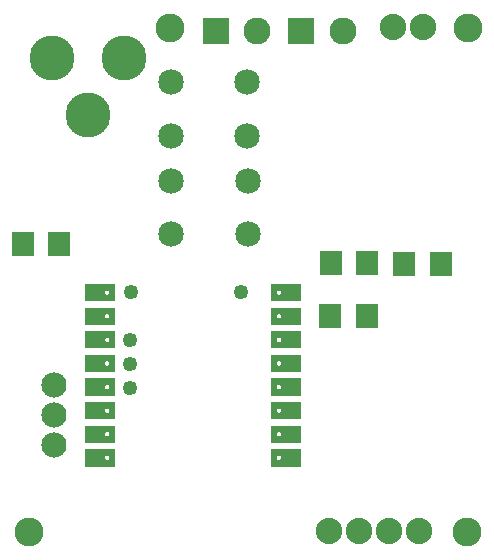
<source format=gbs>
G04 MADE WITH FRITZING*
G04 WWW.FRITZING.ORG*
G04 DOUBLE SIDED*
G04 HOLES PLATED*
G04 CONTOUR ON CENTER OF CONTOUR VECTOR*
%ASAXBY*%
%FSLAX23Y23*%
%MOIN*%
%OFA0B0*%
%SFA1.0B1.0*%
%ADD10C,0.088000*%
%ADD11C,0.049370*%
%ADD12C,0.085000*%
%ADD13C,0.096614*%
%ADD14C,0.084000*%
%ADD15C,0.150000*%
%ADD16C,0.090000*%
%ADD17R,0.072992X0.084803*%
%ADD18R,0.090000X0.090000*%
%ADD19R,0.001000X0.001000*%
%LNMASK0*%
G90*
G70*
G54D10*
X1387Y86D03*
X1287Y86D03*
X1187Y86D03*
X1087Y86D03*
G54D11*
X422Y724D03*
X422Y644D03*
X422Y563D03*
G54D12*
X814Y1404D03*
X559Y1404D03*
X814Y1581D03*
X559Y1581D03*
X815Y1076D03*
X560Y1076D03*
X815Y1253D03*
X560Y1253D03*
G54D11*
X791Y882D03*
X425Y882D03*
G54D13*
X1548Y1763D03*
X1547Y82D03*
X86Y84D03*
X555Y1764D03*
G54D14*
X168Y574D03*
X168Y474D03*
X168Y374D03*
G54D15*
X401Y1661D03*
X161Y1661D03*
X281Y1471D03*
G54D16*
X993Y1753D03*
X1131Y1753D03*
X709Y1752D03*
X847Y1752D03*
G54D10*
X1399Y1766D03*
X1299Y1766D03*
X1399Y1766D03*
X1299Y1766D03*
G54D17*
X1336Y975D03*
X1458Y975D03*
G54D18*
X993Y1753D03*
X709Y1752D03*
G54D17*
X1212Y802D03*
X1090Y802D03*
X1213Y978D03*
X1091Y978D03*
X65Y1042D03*
X187Y1042D03*
G54D19*
X274Y909D02*
X371Y909D01*
X894Y909D02*
X991Y909D01*
X274Y908D02*
X372Y908D01*
X894Y908D02*
X991Y908D01*
X274Y907D02*
X372Y907D01*
X894Y907D02*
X991Y907D01*
X274Y906D02*
X372Y906D01*
X894Y906D02*
X991Y906D01*
X274Y905D02*
X372Y905D01*
X894Y905D02*
X991Y905D01*
X274Y904D02*
X372Y904D01*
X894Y904D02*
X991Y904D01*
X274Y903D02*
X372Y903D01*
X894Y903D02*
X991Y903D01*
X274Y902D02*
X372Y902D01*
X894Y902D02*
X991Y902D01*
X274Y901D02*
X372Y901D01*
X894Y901D02*
X991Y901D01*
X274Y900D02*
X372Y900D01*
X894Y900D02*
X991Y900D01*
X274Y899D02*
X372Y899D01*
X894Y899D02*
X991Y899D01*
X274Y898D02*
X372Y898D01*
X894Y898D02*
X991Y898D01*
X274Y897D02*
X372Y897D01*
X894Y897D02*
X991Y897D01*
X274Y896D02*
X372Y896D01*
X894Y896D02*
X991Y896D01*
X274Y895D02*
X372Y895D01*
X894Y895D02*
X991Y895D01*
X274Y894D02*
X372Y894D01*
X894Y894D02*
X991Y894D01*
X274Y893D02*
X372Y893D01*
X894Y893D02*
X991Y893D01*
X274Y892D02*
X372Y892D01*
X894Y892D02*
X991Y892D01*
X274Y891D02*
X372Y891D01*
X894Y891D02*
X991Y891D01*
X274Y890D02*
X372Y890D01*
X894Y890D02*
X991Y890D01*
X274Y889D02*
X372Y889D01*
X894Y889D02*
X991Y889D01*
X274Y888D02*
X372Y888D01*
X894Y888D02*
X991Y888D01*
X274Y887D02*
X343Y887D01*
X351Y887D02*
X372Y887D01*
X894Y887D02*
X915Y887D01*
X923Y887D02*
X991Y887D01*
X274Y886D02*
X341Y886D01*
X352Y886D02*
X372Y886D01*
X894Y886D02*
X913Y886D01*
X924Y886D02*
X991Y886D01*
X274Y885D02*
X340Y885D01*
X353Y885D02*
X372Y885D01*
X894Y885D02*
X912Y885D01*
X925Y885D02*
X991Y885D01*
X274Y884D02*
X340Y884D01*
X354Y884D02*
X372Y884D01*
X894Y884D02*
X912Y884D01*
X926Y884D02*
X991Y884D01*
X274Y883D02*
X339Y883D01*
X354Y883D02*
X372Y883D01*
X894Y883D02*
X911Y883D01*
X926Y883D02*
X991Y883D01*
X274Y882D02*
X339Y882D01*
X354Y882D02*
X372Y882D01*
X894Y882D02*
X911Y882D01*
X926Y882D02*
X991Y882D01*
X274Y881D02*
X339Y881D01*
X354Y881D02*
X372Y881D01*
X894Y881D02*
X911Y881D01*
X926Y881D02*
X991Y881D01*
X274Y880D02*
X339Y880D01*
X354Y880D02*
X372Y880D01*
X894Y880D02*
X911Y880D01*
X926Y880D02*
X991Y880D01*
X274Y879D02*
X339Y879D01*
X354Y879D02*
X372Y879D01*
X894Y879D02*
X911Y879D01*
X926Y879D02*
X991Y879D01*
X274Y878D02*
X339Y878D01*
X354Y878D02*
X372Y878D01*
X894Y878D02*
X911Y878D01*
X926Y878D02*
X991Y878D01*
X274Y877D02*
X340Y877D01*
X354Y877D02*
X372Y877D01*
X894Y877D02*
X912Y877D01*
X926Y877D02*
X991Y877D01*
X274Y876D02*
X340Y876D01*
X353Y876D02*
X372Y876D01*
X894Y876D02*
X912Y876D01*
X925Y876D02*
X991Y876D01*
X274Y875D02*
X341Y875D01*
X352Y875D02*
X372Y875D01*
X894Y875D02*
X913Y875D01*
X924Y875D02*
X991Y875D01*
X274Y874D02*
X343Y874D01*
X351Y874D02*
X372Y874D01*
X894Y874D02*
X915Y874D01*
X923Y874D02*
X991Y874D01*
X274Y873D02*
X372Y873D01*
X894Y873D02*
X991Y873D01*
X274Y872D02*
X372Y872D01*
X894Y872D02*
X991Y872D01*
X274Y871D02*
X372Y871D01*
X894Y871D02*
X991Y871D01*
X274Y870D02*
X372Y870D01*
X894Y870D02*
X991Y870D01*
X274Y869D02*
X372Y869D01*
X894Y869D02*
X991Y869D01*
X274Y868D02*
X372Y868D01*
X894Y868D02*
X991Y868D01*
X274Y867D02*
X372Y867D01*
X894Y867D02*
X991Y867D01*
X274Y866D02*
X372Y866D01*
X894Y866D02*
X991Y866D01*
X274Y865D02*
X372Y865D01*
X894Y865D02*
X991Y865D01*
X274Y864D02*
X372Y864D01*
X894Y864D02*
X991Y864D01*
X274Y863D02*
X372Y863D01*
X894Y863D02*
X991Y863D01*
X274Y862D02*
X372Y862D01*
X894Y862D02*
X991Y862D01*
X274Y861D02*
X372Y861D01*
X894Y861D02*
X991Y861D01*
X274Y860D02*
X372Y860D01*
X894Y860D02*
X991Y860D01*
X274Y859D02*
X372Y859D01*
X894Y859D02*
X991Y859D01*
X274Y858D02*
X372Y858D01*
X894Y858D02*
X991Y858D01*
X274Y857D02*
X372Y857D01*
X894Y857D02*
X991Y857D01*
X274Y856D02*
X372Y856D01*
X894Y856D02*
X991Y856D01*
X274Y855D02*
X372Y855D01*
X894Y855D02*
X991Y855D01*
X274Y854D02*
X372Y854D01*
X894Y854D02*
X991Y854D01*
X274Y853D02*
X372Y853D01*
X894Y853D02*
X991Y853D01*
X274Y852D02*
X371Y852D01*
X894Y852D02*
X991Y852D01*
X274Y830D02*
X371Y830D01*
X894Y830D02*
X991Y830D01*
X274Y829D02*
X372Y829D01*
X894Y829D02*
X991Y829D01*
X274Y828D02*
X372Y828D01*
X894Y828D02*
X991Y828D01*
X274Y827D02*
X372Y827D01*
X894Y827D02*
X991Y827D01*
X274Y826D02*
X372Y826D01*
X894Y826D02*
X991Y826D01*
X274Y825D02*
X372Y825D01*
X894Y825D02*
X991Y825D01*
X274Y824D02*
X372Y824D01*
X894Y824D02*
X991Y824D01*
X274Y823D02*
X372Y823D01*
X894Y823D02*
X991Y823D01*
X274Y822D02*
X372Y822D01*
X894Y822D02*
X991Y822D01*
X274Y821D02*
X372Y821D01*
X894Y821D02*
X991Y821D01*
X274Y820D02*
X372Y820D01*
X894Y820D02*
X991Y820D01*
X274Y819D02*
X372Y819D01*
X894Y819D02*
X991Y819D01*
X274Y818D02*
X372Y818D01*
X894Y818D02*
X991Y818D01*
X274Y817D02*
X372Y817D01*
X894Y817D02*
X991Y817D01*
X274Y816D02*
X372Y816D01*
X894Y816D02*
X991Y816D01*
X274Y815D02*
X372Y815D01*
X894Y815D02*
X991Y815D01*
X274Y814D02*
X372Y814D01*
X894Y814D02*
X991Y814D01*
X274Y813D02*
X372Y813D01*
X894Y813D02*
X991Y813D01*
X274Y812D02*
X372Y812D01*
X894Y812D02*
X991Y812D01*
X274Y811D02*
X372Y811D01*
X894Y811D02*
X991Y811D01*
X274Y810D02*
X372Y810D01*
X894Y810D02*
X991Y810D01*
X274Y809D02*
X372Y809D01*
X894Y809D02*
X991Y809D01*
X274Y808D02*
X342Y808D01*
X351Y808D02*
X372Y808D01*
X894Y808D02*
X914Y808D01*
X923Y808D02*
X991Y808D01*
X274Y807D02*
X341Y807D01*
X352Y807D02*
X372Y807D01*
X894Y807D02*
X913Y807D01*
X924Y807D02*
X991Y807D01*
X274Y806D02*
X340Y806D01*
X353Y806D02*
X372Y806D01*
X894Y806D02*
X912Y806D01*
X925Y806D02*
X991Y806D01*
X274Y805D02*
X340Y805D01*
X354Y805D02*
X372Y805D01*
X894Y805D02*
X912Y805D01*
X926Y805D02*
X991Y805D01*
X274Y804D02*
X339Y804D01*
X354Y804D02*
X372Y804D01*
X894Y804D02*
X911Y804D01*
X926Y804D02*
X991Y804D01*
X274Y803D02*
X339Y803D01*
X354Y803D02*
X372Y803D01*
X894Y803D02*
X911Y803D01*
X926Y803D02*
X991Y803D01*
X274Y802D02*
X339Y802D01*
X354Y802D02*
X372Y802D01*
X894Y802D02*
X911Y802D01*
X926Y802D02*
X991Y802D01*
X274Y801D02*
X339Y801D01*
X354Y801D02*
X372Y801D01*
X894Y801D02*
X911Y801D01*
X926Y801D02*
X991Y801D01*
X274Y800D02*
X339Y800D01*
X354Y800D02*
X372Y800D01*
X894Y800D02*
X911Y800D01*
X926Y800D02*
X991Y800D01*
X274Y799D02*
X339Y799D01*
X354Y799D02*
X372Y799D01*
X894Y799D02*
X911Y799D01*
X926Y799D02*
X991Y799D01*
X274Y798D02*
X340Y798D01*
X354Y798D02*
X372Y798D01*
X894Y798D02*
X912Y798D01*
X926Y798D02*
X991Y798D01*
X274Y797D02*
X340Y797D01*
X353Y797D02*
X372Y797D01*
X894Y797D02*
X912Y797D01*
X925Y797D02*
X991Y797D01*
X274Y796D02*
X341Y796D01*
X352Y796D02*
X372Y796D01*
X894Y796D02*
X913Y796D01*
X924Y796D02*
X991Y796D01*
X274Y795D02*
X343Y795D01*
X350Y795D02*
X372Y795D01*
X894Y795D02*
X915Y795D01*
X922Y795D02*
X991Y795D01*
X274Y794D02*
X372Y794D01*
X894Y794D02*
X991Y794D01*
X274Y793D02*
X372Y793D01*
X894Y793D02*
X991Y793D01*
X274Y792D02*
X372Y792D01*
X894Y792D02*
X991Y792D01*
X274Y791D02*
X372Y791D01*
X894Y791D02*
X991Y791D01*
X274Y790D02*
X372Y790D01*
X894Y790D02*
X991Y790D01*
X274Y789D02*
X372Y789D01*
X894Y789D02*
X991Y789D01*
X274Y788D02*
X372Y788D01*
X894Y788D02*
X991Y788D01*
X274Y787D02*
X372Y787D01*
X894Y787D02*
X991Y787D01*
X274Y786D02*
X372Y786D01*
X894Y786D02*
X991Y786D01*
X274Y785D02*
X372Y785D01*
X894Y785D02*
X991Y785D01*
X274Y784D02*
X372Y784D01*
X894Y784D02*
X991Y784D01*
X274Y783D02*
X372Y783D01*
X894Y783D02*
X991Y783D01*
X274Y782D02*
X372Y782D01*
X894Y782D02*
X991Y782D01*
X274Y781D02*
X372Y781D01*
X894Y781D02*
X991Y781D01*
X274Y780D02*
X372Y780D01*
X894Y780D02*
X991Y780D01*
X274Y779D02*
X372Y779D01*
X894Y779D02*
X991Y779D01*
X274Y778D02*
X372Y778D01*
X894Y778D02*
X991Y778D01*
X274Y777D02*
X372Y777D01*
X894Y777D02*
X991Y777D01*
X274Y776D02*
X372Y776D01*
X894Y776D02*
X991Y776D01*
X274Y775D02*
X372Y775D01*
X894Y775D02*
X991Y775D01*
X274Y774D02*
X372Y774D01*
X894Y774D02*
X991Y774D01*
X274Y751D02*
X372Y751D01*
X894Y751D02*
X991Y751D01*
X274Y750D02*
X372Y750D01*
X894Y750D02*
X991Y750D01*
X274Y749D02*
X372Y749D01*
X894Y749D02*
X991Y749D01*
X274Y748D02*
X372Y748D01*
X894Y748D02*
X991Y748D01*
X274Y747D02*
X372Y747D01*
X894Y747D02*
X991Y747D01*
X274Y746D02*
X372Y746D01*
X894Y746D02*
X991Y746D01*
X274Y745D02*
X372Y745D01*
X894Y745D02*
X991Y745D01*
X274Y744D02*
X372Y744D01*
X894Y744D02*
X991Y744D01*
X274Y743D02*
X372Y743D01*
X894Y743D02*
X991Y743D01*
X274Y742D02*
X372Y742D01*
X894Y742D02*
X991Y742D01*
X274Y741D02*
X372Y741D01*
X894Y741D02*
X991Y741D01*
X274Y740D02*
X372Y740D01*
X894Y740D02*
X991Y740D01*
X274Y739D02*
X372Y739D01*
X894Y739D02*
X991Y739D01*
X274Y738D02*
X372Y738D01*
X894Y738D02*
X991Y738D01*
X274Y737D02*
X372Y737D01*
X894Y737D02*
X991Y737D01*
X274Y736D02*
X372Y736D01*
X894Y736D02*
X991Y736D01*
X274Y735D02*
X372Y735D01*
X894Y735D02*
X991Y735D01*
X274Y734D02*
X372Y734D01*
X894Y734D02*
X991Y734D01*
X274Y733D02*
X372Y733D01*
X894Y733D02*
X991Y733D01*
X274Y732D02*
X372Y732D01*
X894Y732D02*
X991Y732D01*
X274Y731D02*
X372Y731D01*
X894Y731D02*
X991Y731D01*
X274Y730D02*
X344Y730D01*
X349Y730D02*
X372Y730D01*
X894Y730D02*
X916Y730D01*
X921Y730D02*
X991Y730D01*
X274Y729D02*
X342Y729D01*
X352Y729D02*
X372Y729D01*
X894Y729D02*
X914Y729D01*
X924Y729D02*
X991Y729D01*
X274Y728D02*
X341Y728D01*
X353Y728D02*
X372Y728D01*
X894Y728D02*
X913Y728D01*
X925Y728D02*
X991Y728D01*
X274Y727D02*
X340Y727D01*
X353Y727D02*
X372Y727D01*
X894Y727D02*
X912Y727D01*
X925Y727D02*
X991Y727D01*
X274Y726D02*
X339Y726D01*
X354Y726D02*
X372Y726D01*
X894Y726D02*
X911Y726D01*
X926Y726D02*
X991Y726D01*
X274Y725D02*
X339Y725D01*
X354Y725D02*
X372Y725D01*
X894Y725D02*
X911Y725D01*
X926Y725D02*
X991Y725D01*
X274Y724D02*
X339Y724D01*
X354Y724D02*
X372Y724D01*
X894Y724D02*
X911Y724D01*
X926Y724D02*
X991Y724D01*
X274Y723D02*
X339Y723D01*
X354Y723D02*
X372Y723D01*
X894Y723D02*
X911Y723D01*
X926Y723D02*
X991Y723D01*
X274Y722D02*
X339Y722D01*
X354Y722D02*
X372Y722D01*
X894Y722D02*
X911Y722D01*
X926Y722D02*
X991Y722D01*
X274Y721D02*
X339Y721D01*
X354Y721D02*
X372Y721D01*
X894Y721D02*
X911Y721D01*
X926Y721D02*
X991Y721D01*
X274Y720D02*
X339Y720D01*
X354Y720D02*
X372Y720D01*
X894Y720D02*
X911Y720D01*
X926Y720D02*
X991Y720D01*
X274Y719D02*
X340Y719D01*
X353Y719D02*
X372Y719D01*
X894Y719D02*
X912Y719D01*
X925Y719D02*
X991Y719D01*
X274Y718D02*
X341Y718D01*
X353Y718D02*
X372Y718D01*
X894Y718D02*
X913Y718D01*
X925Y718D02*
X991Y718D01*
X274Y717D02*
X342Y717D01*
X352Y717D02*
X372Y717D01*
X894Y717D02*
X914Y717D01*
X924Y717D02*
X991Y717D01*
X274Y716D02*
X345Y716D01*
X349Y716D02*
X372Y716D01*
X894Y716D02*
X917Y716D01*
X921Y716D02*
X991Y716D01*
X274Y715D02*
X372Y715D01*
X894Y715D02*
X991Y715D01*
X274Y714D02*
X372Y714D01*
X894Y714D02*
X991Y714D01*
X274Y713D02*
X372Y713D01*
X894Y713D02*
X991Y713D01*
X274Y712D02*
X372Y712D01*
X894Y712D02*
X991Y712D01*
X274Y711D02*
X372Y711D01*
X894Y711D02*
X991Y711D01*
X274Y710D02*
X372Y710D01*
X894Y710D02*
X991Y710D01*
X274Y709D02*
X372Y709D01*
X894Y709D02*
X991Y709D01*
X274Y708D02*
X372Y708D01*
X894Y708D02*
X991Y708D01*
X274Y707D02*
X372Y707D01*
X894Y707D02*
X991Y707D01*
X274Y706D02*
X372Y706D01*
X894Y706D02*
X991Y706D01*
X274Y705D02*
X372Y705D01*
X894Y705D02*
X991Y705D01*
X274Y704D02*
X372Y704D01*
X894Y704D02*
X991Y704D01*
X274Y703D02*
X372Y703D01*
X894Y703D02*
X991Y703D01*
X274Y702D02*
X372Y702D01*
X894Y702D02*
X991Y702D01*
X274Y701D02*
X372Y701D01*
X894Y701D02*
X991Y701D01*
X274Y700D02*
X372Y700D01*
X894Y700D02*
X991Y700D01*
X274Y699D02*
X372Y699D01*
X894Y699D02*
X991Y699D01*
X274Y698D02*
X372Y698D01*
X894Y698D02*
X991Y698D01*
X274Y697D02*
X372Y697D01*
X894Y697D02*
X991Y697D01*
X274Y696D02*
X372Y696D01*
X894Y696D02*
X991Y696D01*
X274Y695D02*
X372Y695D01*
X894Y695D02*
X991Y695D01*
X274Y672D02*
X372Y672D01*
X894Y672D02*
X991Y672D01*
X274Y671D02*
X372Y671D01*
X894Y671D02*
X991Y671D01*
X274Y670D02*
X372Y670D01*
X894Y670D02*
X991Y670D01*
X274Y669D02*
X372Y669D01*
X894Y669D02*
X991Y669D01*
X274Y668D02*
X372Y668D01*
X894Y668D02*
X991Y668D01*
X274Y667D02*
X372Y667D01*
X894Y667D02*
X991Y667D01*
X274Y666D02*
X372Y666D01*
X894Y666D02*
X991Y666D01*
X274Y665D02*
X372Y665D01*
X894Y665D02*
X991Y665D01*
X274Y664D02*
X372Y664D01*
X894Y664D02*
X991Y664D01*
X274Y663D02*
X372Y663D01*
X894Y663D02*
X991Y663D01*
X274Y662D02*
X372Y662D01*
X894Y662D02*
X991Y662D01*
X274Y661D02*
X372Y661D01*
X894Y661D02*
X991Y661D01*
X274Y660D02*
X372Y660D01*
X894Y660D02*
X991Y660D01*
X274Y659D02*
X372Y659D01*
X894Y659D02*
X991Y659D01*
X274Y658D02*
X372Y658D01*
X894Y658D02*
X991Y658D01*
X274Y657D02*
X372Y657D01*
X894Y657D02*
X991Y657D01*
X274Y656D02*
X372Y656D01*
X894Y656D02*
X991Y656D01*
X274Y655D02*
X372Y655D01*
X894Y655D02*
X991Y655D01*
X274Y654D02*
X372Y654D01*
X894Y654D02*
X991Y654D01*
X274Y653D02*
X372Y653D01*
X894Y653D02*
X991Y653D01*
X274Y652D02*
X372Y652D01*
X894Y652D02*
X991Y652D01*
X274Y651D02*
X343Y651D01*
X350Y651D02*
X372Y651D01*
X894Y651D02*
X915Y651D01*
X922Y651D02*
X991Y651D01*
X274Y650D02*
X341Y650D01*
X352Y650D02*
X372Y650D01*
X894Y650D02*
X913Y650D01*
X924Y650D02*
X991Y650D01*
X274Y649D02*
X340Y649D01*
X353Y649D02*
X372Y649D01*
X894Y649D02*
X912Y649D01*
X925Y649D02*
X991Y649D01*
X274Y648D02*
X340Y648D01*
X354Y648D02*
X372Y648D01*
X894Y648D02*
X912Y648D01*
X926Y648D02*
X991Y648D01*
X274Y647D02*
X339Y647D01*
X354Y647D02*
X372Y647D01*
X894Y647D02*
X911Y647D01*
X926Y647D02*
X991Y647D01*
X274Y646D02*
X339Y646D01*
X354Y646D02*
X372Y646D01*
X894Y646D02*
X911Y646D01*
X926Y646D02*
X991Y646D01*
X274Y645D02*
X339Y645D01*
X354Y645D02*
X372Y645D01*
X894Y645D02*
X911Y645D01*
X926Y645D02*
X991Y645D01*
X274Y644D02*
X339Y644D01*
X354Y644D02*
X372Y644D01*
X894Y644D02*
X911Y644D01*
X926Y644D02*
X991Y644D01*
X274Y643D02*
X339Y643D01*
X354Y643D02*
X372Y643D01*
X894Y643D02*
X911Y643D01*
X926Y643D02*
X991Y643D01*
X274Y642D02*
X339Y642D01*
X354Y642D02*
X372Y642D01*
X894Y642D02*
X911Y642D01*
X926Y642D02*
X991Y642D01*
X274Y641D02*
X340Y641D01*
X354Y641D02*
X372Y641D01*
X894Y641D02*
X912Y641D01*
X926Y641D02*
X991Y641D01*
X274Y640D02*
X340Y640D01*
X353Y640D02*
X372Y640D01*
X894Y640D02*
X912Y640D01*
X925Y640D02*
X991Y640D01*
X274Y639D02*
X341Y639D01*
X352Y639D02*
X372Y639D01*
X894Y639D02*
X913Y639D01*
X924Y639D02*
X991Y639D01*
X274Y638D02*
X342Y638D01*
X351Y638D02*
X372Y638D01*
X894Y638D02*
X914Y638D01*
X923Y638D02*
X991Y638D01*
X274Y637D02*
X372Y637D01*
X894Y637D02*
X991Y637D01*
X274Y636D02*
X372Y636D01*
X894Y636D02*
X991Y636D01*
X274Y635D02*
X372Y635D01*
X894Y635D02*
X991Y635D01*
X274Y634D02*
X372Y634D01*
X894Y634D02*
X991Y634D01*
X274Y633D02*
X372Y633D01*
X894Y633D02*
X991Y633D01*
X274Y632D02*
X372Y632D01*
X894Y632D02*
X991Y632D01*
X274Y631D02*
X372Y631D01*
X894Y631D02*
X991Y631D01*
X274Y630D02*
X372Y630D01*
X894Y630D02*
X991Y630D01*
X274Y629D02*
X372Y629D01*
X894Y629D02*
X991Y629D01*
X274Y628D02*
X372Y628D01*
X894Y628D02*
X991Y628D01*
X274Y627D02*
X372Y627D01*
X894Y627D02*
X991Y627D01*
X274Y626D02*
X372Y626D01*
X894Y626D02*
X991Y626D01*
X274Y625D02*
X372Y625D01*
X894Y625D02*
X991Y625D01*
X274Y624D02*
X372Y624D01*
X894Y624D02*
X991Y624D01*
X274Y623D02*
X372Y623D01*
X894Y623D02*
X991Y623D01*
X274Y622D02*
X372Y622D01*
X894Y622D02*
X991Y622D01*
X274Y621D02*
X372Y621D01*
X894Y621D02*
X991Y621D01*
X274Y620D02*
X372Y620D01*
X894Y620D02*
X991Y620D01*
X274Y619D02*
X372Y619D01*
X894Y619D02*
X991Y619D01*
X274Y618D02*
X372Y618D01*
X894Y618D02*
X991Y618D01*
X274Y617D02*
X372Y617D01*
X894Y617D02*
X991Y617D01*
X274Y616D02*
X371Y616D01*
X894Y616D02*
X991Y616D01*
X274Y594D02*
X371Y594D01*
X894Y594D02*
X991Y594D01*
X274Y593D02*
X372Y593D01*
X894Y593D02*
X991Y593D01*
X274Y592D02*
X372Y592D01*
X894Y592D02*
X991Y592D01*
X274Y591D02*
X372Y591D01*
X894Y591D02*
X991Y591D01*
X274Y590D02*
X372Y590D01*
X894Y590D02*
X991Y590D01*
X274Y589D02*
X372Y589D01*
X894Y589D02*
X991Y589D01*
X274Y588D02*
X372Y588D01*
X894Y588D02*
X991Y588D01*
X274Y587D02*
X372Y587D01*
X894Y587D02*
X991Y587D01*
X274Y586D02*
X372Y586D01*
X894Y586D02*
X991Y586D01*
X274Y585D02*
X372Y585D01*
X894Y585D02*
X991Y585D01*
X274Y584D02*
X372Y584D01*
X894Y584D02*
X991Y584D01*
X274Y583D02*
X372Y583D01*
X894Y583D02*
X991Y583D01*
X274Y582D02*
X372Y582D01*
X894Y582D02*
X991Y582D01*
X274Y581D02*
X372Y581D01*
X894Y581D02*
X991Y581D01*
X274Y580D02*
X372Y580D01*
X894Y580D02*
X991Y580D01*
X274Y579D02*
X372Y579D01*
X894Y579D02*
X991Y579D01*
X274Y578D02*
X372Y578D01*
X894Y578D02*
X991Y578D01*
X274Y577D02*
X372Y577D01*
X894Y577D02*
X991Y577D01*
X274Y576D02*
X372Y576D01*
X894Y576D02*
X991Y576D01*
X274Y575D02*
X372Y575D01*
X894Y575D02*
X991Y575D01*
X274Y574D02*
X372Y574D01*
X894Y574D02*
X991Y574D01*
X274Y573D02*
X372Y573D01*
X894Y573D02*
X991Y573D01*
X274Y572D02*
X343Y572D01*
X351Y572D02*
X372Y572D01*
X894Y572D02*
X915Y572D01*
X923Y572D02*
X991Y572D01*
X274Y571D02*
X341Y571D01*
X352Y571D02*
X372Y571D01*
X894Y571D02*
X913Y571D01*
X924Y571D02*
X991Y571D01*
X274Y570D02*
X340Y570D01*
X353Y570D02*
X372Y570D01*
X894Y570D02*
X912Y570D01*
X925Y570D02*
X991Y570D01*
X274Y569D02*
X340Y569D01*
X354Y569D02*
X372Y569D01*
X894Y569D02*
X912Y569D01*
X926Y569D02*
X991Y569D01*
X274Y568D02*
X339Y568D01*
X354Y568D02*
X372Y568D01*
X894Y568D02*
X911Y568D01*
X926Y568D02*
X991Y568D01*
X274Y567D02*
X339Y567D01*
X354Y567D02*
X372Y567D01*
X894Y567D02*
X911Y567D01*
X926Y567D02*
X991Y567D01*
X274Y566D02*
X339Y566D01*
X354Y566D02*
X372Y566D01*
X894Y566D02*
X911Y566D01*
X926Y566D02*
X991Y566D01*
X274Y565D02*
X339Y565D01*
X354Y565D02*
X372Y565D01*
X894Y565D02*
X911Y565D01*
X926Y565D02*
X991Y565D01*
X274Y564D02*
X339Y564D01*
X354Y564D02*
X372Y564D01*
X894Y564D02*
X911Y564D01*
X926Y564D02*
X991Y564D01*
X274Y563D02*
X339Y563D01*
X354Y563D02*
X372Y563D01*
X894Y563D02*
X911Y563D01*
X926Y563D02*
X991Y563D01*
X274Y562D02*
X340Y562D01*
X354Y562D02*
X372Y562D01*
X894Y562D02*
X912Y562D01*
X926Y562D02*
X991Y562D01*
X274Y561D02*
X340Y561D01*
X353Y561D02*
X372Y561D01*
X894Y561D02*
X912Y561D01*
X925Y561D02*
X991Y561D01*
X274Y560D02*
X341Y560D01*
X352Y560D02*
X372Y560D01*
X894Y560D02*
X913Y560D01*
X924Y560D02*
X991Y560D01*
X274Y559D02*
X343Y559D01*
X350Y559D02*
X372Y559D01*
X894Y559D02*
X915Y559D01*
X922Y559D02*
X991Y559D01*
X274Y558D02*
X372Y558D01*
X894Y558D02*
X991Y558D01*
X274Y557D02*
X372Y557D01*
X894Y557D02*
X991Y557D01*
X274Y556D02*
X372Y556D01*
X894Y556D02*
X991Y556D01*
X274Y555D02*
X372Y555D01*
X894Y555D02*
X991Y555D01*
X274Y554D02*
X372Y554D01*
X894Y554D02*
X991Y554D01*
X274Y553D02*
X372Y553D01*
X894Y553D02*
X991Y553D01*
X274Y552D02*
X372Y552D01*
X894Y552D02*
X991Y552D01*
X274Y551D02*
X372Y551D01*
X894Y551D02*
X991Y551D01*
X274Y550D02*
X372Y550D01*
X894Y550D02*
X991Y550D01*
X274Y549D02*
X372Y549D01*
X894Y549D02*
X991Y549D01*
X274Y548D02*
X372Y548D01*
X894Y548D02*
X991Y548D01*
X274Y547D02*
X372Y547D01*
X894Y547D02*
X991Y547D01*
X274Y546D02*
X372Y546D01*
X894Y546D02*
X991Y546D01*
X274Y545D02*
X372Y545D01*
X894Y545D02*
X991Y545D01*
X274Y544D02*
X372Y544D01*
X894Y544D02*
X991Y544D01*
X274Y543D02*
X372Y543D01*
X894Y543D02*
X991Y543D01*
X274Y542D02*
X372Y542D01*
X894Y542D02*
X991Y542D01*
X274Y541D02*
X372Y541D01*
X894Y541D02*
X991Y541D01*
X274Y540D02*
X372Y540D01*
X894Y540D02*
X991Y540D01*
X274Y539D02*
X372Y539D01*
X894Y539D02*
X991Y539D01*
X274Y538D02*
X372Y538D01*
X894Y538D02*
X991Y538D01*
X274Y537D02*
X371Y537D01*
X894Y537D02*
X991Y537D01*
X274Y515D02*
X371Y515D01*
X894Y515D02*
X991Y515D01*
X274Y514D02*
X372Y514D01*
X894Y514D02*
X991Y514D01*
X274Y513D02*
X372Y513D01*
X894Y513D02*
X991Y513D01*
X274Y512D02*
X372Y512D01*
X894Y512D02*
X991Y512D01*
X274Y511D02*
X372Y511D01*
X894Y511D02*
X991Y511D01*
X274Y510D02*
X372Y510D01*
X894Y510D02*
X991Y510D01*
X274Y509D02*
X372Y509D01*
X894Y509D02*
X991Y509D01*
X274Y508D02*
X372Y508D01*
X894Y508D02*
X991Y508D01*
X274Y507D02*
X372Y507D01*
X894Y507D02*
X991Y507D01*
X274Y506D02*
X372Y506D01*
X894Y506D02*
X991Y506D01*
X274Y505D02*
X372Y505D01*
X894Y505D02*
X991Y505D01*
X274Y504D02*
X372Y504D01*
X894Y504D02*
X991Y504D01*
X274Y503D02*
X372Y503D01*
X894Y503D02*
X991Y503D01*
X274Y502D02*
X372Y502D01*
X894Y502D02*
X991Y502D01*
X274Y501D02*
X372Y501D01*
X894Y501D02*
X991Y501D01*
X274Y500D02*
X372Y500D01*
X894Y500D02*
X991Y500D01*
X274Y499D02*
X372Y499D01*
X894Y499D02*
X991Y499D01*
X274Y498D02*
X372Y498D01*
X894Y498D02*
X991Y498D01*
X274Y497D02*
X372Y497D01*
X894Y497D02*
X991Y497D01*
X274Y496D02*
X372Y496D01*
X894Y496D02*
X991Y496D01*
X274Y495D02*
X372Y495D01*
X894Y495D02*
X991Y495D01*
X274Y494D02*
X372Y494D01*
X894Y494D02*
X991Y494D01*
X274Y493D02*
X342Y493D01*
X351Y493D02*
X372Y493D01*
X894Y493D02*
X914Y493D01*
X923Y493D02*
X991Y493D01*
X274Y492D02*
X341Y492D01*
X353Y492D02*
X372Y492D01*
X894Y492D02*
X913Y492D01*
X925Y492D02*
X991Y492D01*
X274Y491D02*
X340Y491D01*
X353Y491D02*
X372Y491D01*
X894Y491D02*
X912Y491D01*
X925Y491D02*
X991Y491D01*
X274Y490D02*
X340Y490D01*
X354Y490D02*
X372Y490D01*
X894Y490D02*
X912Y490D01*
X926Y490D02*
X991Y490D01*
X274Y489D02*
X339Y489D01*
X354Y489D02*
X372Y489D01*
X894Y489D02*
X911Y489D01*
X926Y489D02*
X991Y489D01*
X274Y488D02*
X339Y488D01*
X354Y488D02*
X372Y488D01*
X894Y488D02*
X911Y488D01*
X926Y488D02*
X991Y488D01*
X274Y487D02*
X339Y487D01*
X354Y487D02*
X372Y487D01*
X894Y487D02*
X911Y487D01*
X926Y487D02*
X991Y487D01*
X274Y486D02*
X339Y486D01*
X354Y486D02*
X372Y486D01*
X894Y486D02*
X911Y486D01*
X926Y486D02*
X991Y486D01*
X274Y485D02*
X339Y485D01*
X354Y485D02*
X372Y485D01*
X894Y485D02*
X911Y485D01*
X926Y485D02*
X991Y485D01*
X274Y484D02*
X339Y484D01*
X354Y484D02*
X372Y484D01*
X894Y484D02*
X911Y484D01*
X926Y484D02*
X991Y484D01*
X274Y483D02*
X340Y483D01*
X353Y483D02*
X372Y483D01*
X894Y483D02*
X912Y483D01*
X925Y483D02*
X991Y483D01*
X274Y482D02*
X340Y482D01*
X353Y482D02*
X372Y482D01*
X894Y482D02*
X912Y482D01*
X925Y482D02*
X991Y482D01*
X274Y481D02*
X342Y481D01*
X352Y481D02*
X372Y481D01*
X894Y481D02*
X914Y481D01*
X924Y481D02*
X991Y481D01*
X274Y480D02*
X344Y480D01*
X350Y480D02*
X372Y480D01*
X894Y480D02*
X916Y480D01*
X922Y480D02*
X991Y480D01*
X274Y479D02*
X372Y479D01*
X894Y479D02*
X991Y479D01*
X274Y478D02*
X372Y478D01*
X894Y478D02*
X991Y478D01*
X274Y477D02*
X372Y477D01*
X894Y477D02*
X991Y477D01*
X274Y476D02*
X372Y476D01*
X894Y476D02*
X991Y476D01*
X274Y475D02*
X372Y475D01*
X894Y475D02*
X991Y475D01*
X274Y474D02*
X372Y474D01*
X894Y474D02*
X991Y474D01*
X274Y473D02*
X372Y473D01*
X894Y473D02*
X991Y473D01*
X274Y472D02*
X372Y472D01*
X894Y472D02*
X991Y472D01*
X274Y471D02*
X372Y471D01*
X894Y471D02*
X991Y471D01*
X274Y470D02*
X372Y470D01*
X894Y470D02*
X991Y470D01*
X274Y469D02*
X372Y469D01*
X894Y469D02*
X991Y469D01*
X274Y468D02*
X372Y468D01*
X894Y468D02*
X991Y468D01*
X274Y467D02*
X372Y467D01*
X894Y467D02*
X991Y467D01*
X274Y466D02*
X372Y466D01*
X894Y466D02*
X991Y466D01*
X274Y465D02*
X372Y465D01*
X894Y465D02*
X991Y465D01*
X274Y464D02*
X372Y464D01*
X894Y464D02*
X991Y464D01*
X274Y463D02*
X372Y463D01*
X894Y463D02*
X991Y463D01*
X274Y462D02*
X372Y462D01*
X894Y462D02*
X991Y462D01*
X274Y461D02*
X372Y461D01*
X894Y461D02*
X991Y461D01*
X274Y460D02*
X372Y460D01*
X894Y460D02*
X991Y460D01*
X274Y459D02*
X372Y459D01*
X894Y459D02*
X991Y459D01*
X274Y436D02*
X372Y436D01*
X894Y436D02*
X991Y436D01*
X274Y435D02*
X372Y435D01*
X894Y435D02*
X991Y435D01*
X274Y434D02*
X372Y434D01*
X894Y434D02*
X991Y434D01*
X274Y433D02*
X372Y433D01*
X894Y433D02*
X991Y433D01*
X274Y432D02*
X372Y432D01*
X894Y432D02*
X991Y432D01*
X274Y431D02*
X372Y431D01*
X894Y431D02*
X991Y431D01*
X274Y430D02*
X372Y430D01*
X894Y430D02*
X991Y430D01*
X274Y429D02*
X372Y429D01*
X894Y429D02*
X991Y429D01*
X274Y428D02*
X372Y428D01*
X894Y428D02*
X991Y428D01*
X274Y427D02*
X372Y427D01*
X894Y427D02*
X991Y427D01*
X274Y426D02*
X372Y426D01*
X894Y426D02*
X991Y426D01*
X274Y425D02*
X372Y425D01*
X894Y425D02*
X991Y425D01*
X274Y424D02*
X372Y424D01*
X894Y424D02*
X991Y424D01*
X274Y423D02*
X372Y423D01*
X894Y423D02*
X991Y423D01*
X274Y422D02*
X372Y422D01*
X894Y422D02*
X991Y422D01*
X274Y421D02*
X372Y421D01*
X894Y421D02*
X991Y421D01*
X274Y420D02*
X372Y420D01*
X894Y420D02*
X991Y420D01*
X274Y419D02*
X372Y419D01*
X894Y419D02*
X991Y419D01*
X274Y418D02*
X372Y418D01*
X894Y418D02*
X991Y418D01*
X274Y417D02*
X372Y417D01*
X894Y417D02*
X991Y417D01*
X274Y416D02*
X372Y416D01*
X894Y416D02*
X991Y416D01*
X274Y415D02*
X344Y415D01*
X350Y415D02*
X372Y415D01*
X894Y415D02*
X916Y415D01*
X922Y415D02*
X991Y415D01*
X274Y414D02*
X342Y414D01*
X352Y414D02*
X372Y414D01*
X894Y414D02*
X914Y414D01*
X924Y414D02*
X991Y414D01*
X274Y413D02*
X341Y413D01*
X353Y413D02*
X372Y413D01*
X894Y413D02*
X912Y413D01*
X925Y413D02*
X991Y413D01*
X274Y412D02*
X340Y412D01*
X353Y412D02*
X372Y412D01*
X894Y412D02*
X912Y412D01*
X925Y412D02*
X991Y412D01*
X274Y411D02*
X339Y411D01*
X354Y411D02*
X372Y411D01*
X894Y411D02*
X911Y411D01*
X926Y411D02*
X991Y411D01*
X274Y410D02*
X339Y410D01*
X354Y410D02*
X372Y410D01*
X894Y410D02*
X911Y410D01*
X926Y410D02*
X991Y410D01*
X274Y409D02*
X339Y409D01*
X354Y409D02*
X372Y409D01*
X894Y409D02*
X911Y409D01*
X926Y409D02*
X991Y409D01*
X274Y408D02*
X339Y408D01*
X354Y408D02*
X372Y408D01*
X894Y408D02*
X911Y408D01*
X926Y408D02*
X991Y408D01*
X274Y407D02*
X339Y407D01*
X354Y407D02*
X372Y407D01*
X894Y407D02*
X911Y407D01*
X926Y407D02*
X991Y407D01*
X274Y406D02*
X339Y406D01*
X354Y406D02*
X372Y406D01*
X894Y406D02*
X911Y406D01*
X926Y406D02*
X991Y406D01*
X274Y405D02*
X340Y405D01*
X354Y405D02*
X372Y405D01*
X894Y405D02*
X912Y405D01*
X926Y405D02*
X991Y405D01*
X274Y404D02*
X340Y404D01*
X353Y404D02*
X372Y404D01*
X894Y404D02*
X912Y404D01*
X925Y404D02*
X991Y404D01*
X274Y403D02*
X341Y403D01*
X353Y403D02*
X372Y403D01*
X894Y403D02*
X913Y403D01*
X925Y403D02*
X991Y403D01*
X274Y402D02*
X342Y402D01*
X351Y402D02*
X372Y402D01*
X894Y402D02*
X914Y402D01*
X923Y402D02*
X991Y402D01*
X274Y401D02*
X346Y401D01*
X348Y401D02*
X372Y401D01*
X894Y401D02*
X918Y401D01*
X920Y401D02*
X991Y401D01*
X274Y400D02*
X372Y400D01*
X894Y400D02*
X991Y400D01*
X274Y399D02*
X372Y399D01*
X894Y399D02*
X991Y399D01*
X274Y398D02*
X372Y398D01*
X894Y398D02*
X991Y398D01*
X274Y397D02*
X372Y397D01*
X894Y397D02*
X991Y397D01*
X274Y396D02*
X372Y396D01*
X894Y396D02*
X991Y396D01*
X274Y395D02*
X372Y395D01*
X894Y395D02*
X991Y395D01*
X274Y394D02*
X372Y394D01*
X894Y394D02*
X991Y394D01*
X274Y393D02*
X372Y393D01*
X894Y393D02*
X991Y393D01*
X274Y392D02*
X372Y392D01*
X894Y392D02*
X991Y392D01*
X274Y391D02*
X372Y391D01*
X894Y391D02*
X991Y391D01*
X274Y390D02*
X372Y390D01*
X894Y390D02*
X991Y390D01*
X274Y389D02*
X372Y389D01*
X894Y389D02*
X991Y389D01*
X274Y388D02*
X372Y388D01*
X894Y388D02*
X991Y388D01*
X274Y387D02*
X372Y387D01*
X894Y387D02*
X991Y387D01*
X274Y386D02*
X372Y386D01*
X894Y386D02*
X991Y386D01*
X274Y385D02*
X372Y385D01*
X894Y385D02*
X991Y385D01*
X274Y384D02*
X372Y384D01*
X894Y384D02*
X991Y384D01*
X274Y383D02*
X372Y383D01*
X894Y383D02*
X991Y383D01*
X274Y382D02*
X372Y382D01*
X894Y382D02*
X991Y382D01*
X274Y381D02*
X372Y381D01*
X894Y381D02*
X991Y381D01*
X274Y380D02*
X371Y380D01*
X894Y380D02*
X991Y380D01*
X274Y358D02*
X371Y358D01*
X894Y358D02*
X991Y358D01*
X274Y357D02*
X372Y357D01*
X894Y357D02*
X991Y357D01*
X274Y356D02*
X372Y356D01*
X894Y356D02*
X991Y356D01*
X274Y355D02*
X372Y355D01*
X894Y355D02*
X991Y355D01*
X274Y354D02*
X372Y354D01*
X894Y354D02*
X991Y354D01*
X274Y353D02*
X372Y353D01*
X894Y353D02*
X991Y353D01*
X274Y352D02*
X372Y352D01*
X894Y352D02*
X991Y352D01*
X274Y351D02*
X372Y351D01*
X894Y351D02*
X991Y351D01*
X274Y350D02*
X372Y350D01*
X894Y350D02*
X991Y350D01*
X274Y349D02*
X372Y349D01*
X894Y349D02*
X991Y349D01*
X274Y348D02*
X372Y348D01*
X894Y348D02*
X991Y348D01*
X274Y347D02*
X372Y347D01*
X894Y347D02*
X991Y347D01*
X274Y346D02*
X372Y346D01*
X894Y346D02*
X991Y346D01*
X274Y345D02*
X372Y345D01*
X894Y345D02*
X991Y345D01*
X274Y344D02*
X372Y344D01*
X894Y344D02*
X991Y344D01*
X274Y343D02*
X372Y343D01*
X894Y343D02*
X991Y343D01*
X274Y342D02*
X372Y342D01*
X894Y342D02*
X991Y342D01*
X274Y341D02*
X372Y341D01*
X894Y341D02*
X991Y341D01*
X274Y340D02*
X372Y340D01*
X894Y340D02*
X991Y340D01*
X274Y339D02*
X372Y339D01*
X894Y339D02*
X991Y339D01*
X274Y338D02*
X372Y338D01*
X894Y338D02*
X991Y338D01*
X274Y337D02*
X372Y337D01*
X894Y337D02*
X991Y337D01*
X274Y336D02*
X343Y336D01*
X350Y336D02*
X372Y336D01*
X894Y336D02*
X915Y336D01*
X922Y336D02*
X991Y336D01*
X274Y335D02*
X341Y335D01*
X352Y335D02*
X372Y335D01*
X894Y335D02*
X913Y335D01*
X924Y335D02*
X991Y335D01*
X274Y334D02*
X340Y334D01*
X353Y334D02*
X372Y334D01*
X894Y334D02*
X912Y334D01*
X925Y334D02*
X991Y334D01*
X274Y333D02*
X340Y333D01*
X354Y333D02*
X372Y333D01*
X894Y333D02*
X912Y333D01*
X926Y333D02*
X991Y333D01*
X274Y332D02*
X339Y332D01*
X354Y332D02*
X372Y332D01*
X894Y332D02*
X911Y332D01*
X926Y332D02*
X991Y332D01*
X274Y331D02*
X339Y331D01*
X354Y331D02*
X372Y331D01*
X894Y331D02*
X911Y331D01*
X926Y331D02*
X991Y331D01*
X274Y330D02*
X339Y330D01*
X354Y330D02*
X372Y330D01*
X894Y330D02*
X911Y330D01*
X926Y330D02*
X991Y330D01*
X274Y329D02*
X339Y329D01*
X354Y329D02*
X372Y329D01*
X894Y329D02*
X911Y329D01*
X926Y329D02*
X991Y329D01*
X274Y328D02*
X339Y328D01*
X354Y328D02*
X372Y328D01*
X894Y328D02*
X911Y328D01*
X926Y328D02*
X991Y328D01*
X274Y327D02*
X339Y327D01*
X354Y327D02*
X372Y327D01*
X894Y327D02*
X911Y327D01*
X926Y327D02*
X991Y327D01*
X274Y326D02*
X340Y326D01*
X354Y326D02*
X372Y326D01*
X894Y326D02*
X912Y326D01*
X926Y326D02*
X991Y326D01*
X274Y325D02*
X340Y325D01*
X353Y325D02*
X372Y325D01*
X894Y325D02*
X912Y325D01*
X925Y325D02*
X991Y325D01*
X274Y324D02*
X341Y324D01*
X352Y324D02*
X372Y324D01*
X894Y324D02*
X913Y324D01*
X924Y324D02*
X991Y324D01*
X274Y323D02*
X342Y323D01*
X351Y323D02*
X372Y323D01*
X894Y323D02*
X914Y323D01*
X923Y323D02*
X991Y323D01*
X274Y322D02*
X372Y322D01*
X894Y322D02*
X991Y322D01*
X274Y321D02*
X372Y321D01*
X894Y321D02*
X991Y321D01*
X274Y320D02*
X372Y320D01*
X894Y320D02*
X991Y320D01*
X274Y319D02*
X372Y319D01*
X894Y319D02*
X991Y319D01*
X274Y318D02*
X372Y318D01*
X894Y318D02*
X991Y318D01*
X274Y317D02*
X372Y317D01*
X894Y317D02*
X991Y317D01*
X274Y316D02*
X372Y316D01*
X894Y316D02*
X991Y316D01*
X274Y315D02*
X372Y315D01*
X894Y315D02*
X991Y315D01*
X274Y314D02*
X372Y314D01*
X894Y314D02*
X991Y314D01*
X274Y313D02*
X372Y313D01*
X894Y313D02*
X991Y313D01*
X274Y312D02*
X372Y312D01*
X894Y312D02*
X991Y312D01*
X274Y311D02*
X372Y311D01*
X894Y311D02*
X991Y311D01*
X274Y310D02*
X372Y310D01*
X894Y310D02*
X991Y310D01*
X274Y309D02*
X372Y309D01*
X894Y309D02*
X991Y309D01*
X274Y308D02*
X372Y308D01*
X894Y308D02*
X991Y308D01*
X274Y307D02*
X372Y307D01*
X894Y307D02*
X991Y307D01*
X274Y306D02*
X372Y306D01*
X894Y306D02*
X991Y306D01*
X274Y305D02*
X372Y305D01*
X894Y305D02*
X991Y305D01*
X274Y304D02*
X372Y304D01*
X894Y304D02*
X991Y304D01*
X274Y303D02*
X372Y303D01*
X894Y303D02*
X991Y303D01*
X274Y302D02*
X372Y302D01*
X894Y302D02*
X991Y302D01*
X274Y301D02*
X371Y301D01*
X894Y301D02*
X991Y301D01*
D02*
G04 End of Mask0*
M02*
</source>
